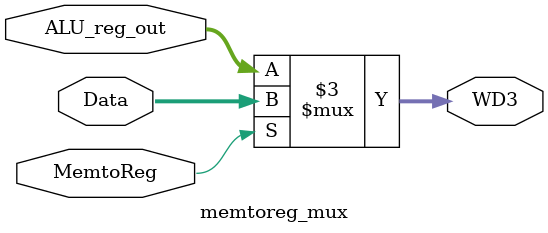
<source format=v>
`timescale 1ns / 1ps

module memtoreg_mux # ( parameter WL = 32 )
(
    input MemtoReg,
    input [WL - 1 : 0] ALU_reg_out,
    input [WL - 1 : 0] Data,
    output reg [WL - 1 : 0] WD3
);
    
    always @ (*)
    begin
        if(MemtoReg) WD3 <= Data;
        else WD3 <= ALU_reg_out;
    end
    
endmodule

</source>
